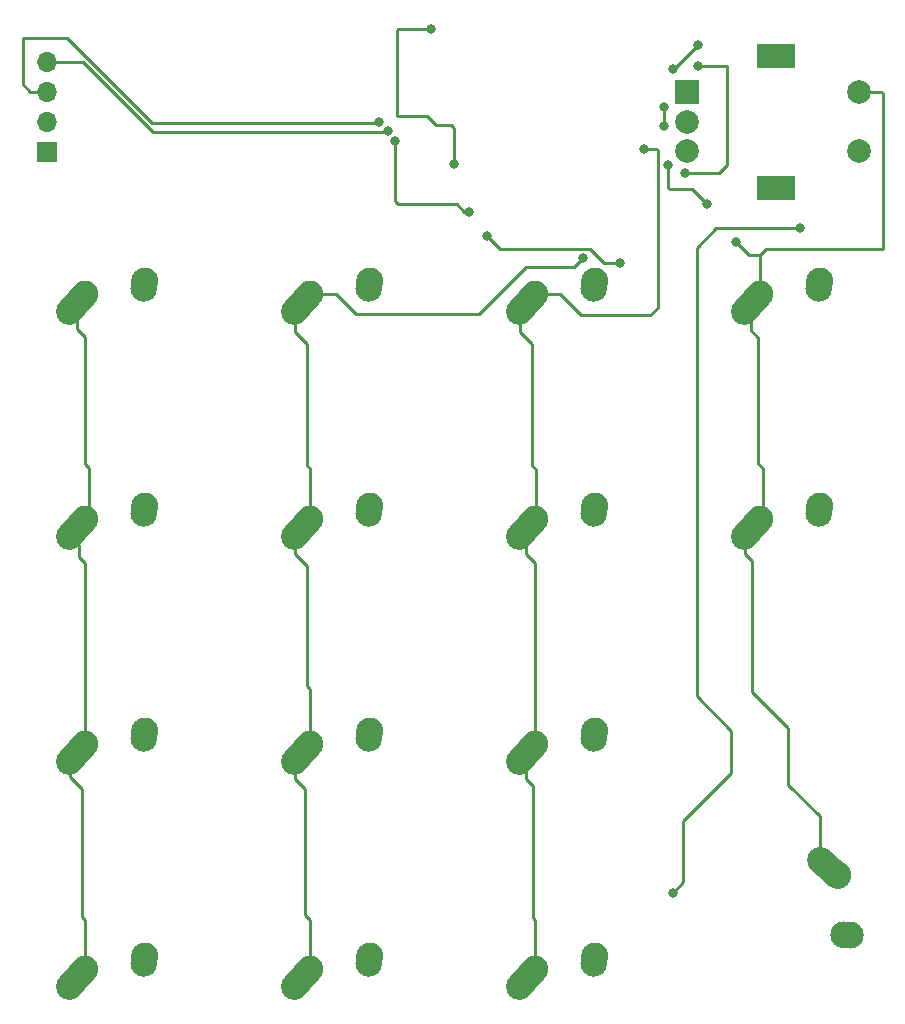
<source format=gtl>
G04 #@! TF.GenerationSoftware,KiCad,Pcbnew,(6.0.10)*
G04 #@! TF.CreationDate,2023-08-06T19:18:38-04:00*
G04 #@! TF.ProjectId,NugMacro-Keypad,4e75674d-6163-4726-9f2d-4b6579706164,V3*
G04 #@! TF.SameCoordinates,Original*
G04 #@! TF.FileFunction,Copper,L1,Top*
G04 #@! TF.FilePolarity,Positive*
%FSLAX46Y46*%
G04 Gerber Fmt 4.6, Leading zero omitted, Abs format (unit mm)*
G04 Created by KiCad (PCBNEW (6.0.10)) date 2023-08-06 19:18:38*
%MOMM*%
%LPD*%
G01*
G04 APERTURE LIST*
G04 Aperture macros list*
%AMHorizOval*
0 Thick line with rounded ends*
0 $1 width*
0 $2 $3 position (X,Y) of the first rounded end (center of the circle)*
0 $4 $5 position (X,Y) of the second rounded end (center of the circle)*
0 Add line between two ends*
20,1,$1,$2,$3,$4,$5,0*
0 Add two circle primitives to create the rounded ends*
1,1,$1,$2,$3*
1,1,$1,$4,$5*%
G04 Aperture macros list end*
G04 #@! TA.AperFunction,ComponentPad*
%ADD10HorizOval,2.250000X0.655001X0.730000X-0.655001X-0.730000X0*%
G04 #@! TD*
G04 #@! TA.AperFunction,ComponentPad*
%ADD11C,2.250000*%
G04 #@! TD*
G04 #@! TA.AperFunction,ComponentPad*
%ADD12HorizOval,2.250000X0.020000X0.290000X-0.020000X-0.290000X0*%
G04 #@! TD*
G04 #@! TA.AperFunction,ComponentPad*
%ADD13R,2.000000X2.000000*%
G04 #@! TD*
G04 #@! TA.AperFunction,ComponentPad*
%ADD14C,2.000000*%
G04 #@! TD*
G04 #@! TA.AperFunction,ComponentPad*
%ADD15R,3.200000X2.000000*%
G04 #@! TD*
G04 #@! TA.AperFunction,ComponentPad*
%ADD16HorizOval,2.250000X0.730000X-0.655001X-0.730000X0.655001X0*%
G04 #@! TD*
G04 #@! TA.AperFunction,ComponentPad*
%ADD17HorizOval,2.250000X0.290000X-0.020000X-0.290000X0.020000X0*%
G04 #@! TD*
G04 #@! TA.AperFunction,ComponentPad*
%ADD18R,1.700000X1.700000*%
G04 #@! TD*
G04 #@! TA.AperFunction,ComponentPad*
%ADD19O,1.700000X1.700000*%
G04 #@! TD*
G04 #@! TA.AperFunction,ViaPad*
%ADD20C,0.800000*%
G04 #@! TD*
G04 #@! TA.AperFunction,Conductor*
%ADD21C,0.254000*%
G04 #@! TD*
G04 APERTURE END LIST*
D10*
G04 #@! TO.P,MX14,1,COL*
G04 #@! TO.N,COL3*
X167899436Y-89426400D03*
D11*
X168554435Y-88696400D03*
G04 #@! TO.P,MX14,2,ROW*
G04 #@! TO.N,Net-(D14-Pad2)*
X173594435Y-87616400D03*
D12*
X173574435Y-87906400D03*
G04 #@! TD*
D11*
G04 #@! TO.P,MX1,1,COL*
G04 #@! TO.N,COL0*
X111404365Y-69646400D03*
D10*
X110749366Y-70376400D03*
D11*
G04 #@! TO.P,MX1,2,ROW*
G04 #@! TO.N,Net-(D1-Pad2)*
X116444365Y-68566400D03*
D12*
X116424365Y-68856400D03*
G04 #@! TD*
D11*
G04 #@! TO.P,MX7,1,COL*
G04 #@! TO.N,COL1*
X130454335Y-107746500D03*
D10*
X129799336Y-108476500D03*
D11*
G04 #@! TO.P,MX7,2,ROW*
G04 #@! TO.N,Net-(D7-Pad2)*
X135494335Y-106666500D03*
D12*
X135474335Y-106956500D03*
G04 #@! TD*
D11*
G04 #@! TO.P,MX13,1,COL*
G04 #@! TO.N,COL3*
X168554435Y-69646400D03*
D10*
X167899436Y-70376400D03*
D11*
G04 #@! TO.P,MX13,2,ROW*
G04 #@! TO.N,Net-(D13-Pad2)*
X173594435Y-68566400D03*
D12*
X173574435Y-68856400D03*
G04 #@! TD*
D11*
G04 #@! TO.P,MX8,1,COL*
G04 #@! TO.N,COL1*
X130454335Y-126796540D03*
D10*
X129799336Y-127526540D03*
D12*
G04 #@! TO.P,MX8,2,ROW*
G04 #@! TO.N,Net-(D8-Pad2)*
X135474335Y-126006540D03*
D11*
X135494335Y-125716540D03*
G04 #@! TD*
D10*
G04 #@! TO.P,MX10,1,COL*
G04 #@! TO.N,COL2*
X148849436Y-89426400D03*
D11*
X149504435Y-88696400D03*
D12*
G04 #@! TO.P,MX10,2,ROW*
G04 #@! TO.N,Net-(D10-Pad2)*
X154524435Y-87906400D03*
D11*
X154544435Y-87616400D03*
G04 #@! TD*
D10*
G04 #@! TO.P,MX2,1,COL*
G04 #@! TO.N,COL0*
X110749366Y-89426400D03*
D11*
X111404365Y-88696400D03*
G04 #@! TO.P,MX2,2,ROW*
G04 #@! TO.N,Net-(D2-Pad2)*
X116444365Y-87616400D03*
D12*
X116424365Y-87906400D03*
G04 #@! TD*
D10*
G04 #@! TO.P,MX12,1,COL*
G04 #@! TO.N,COL2*
X148849436Y-127526540D03*
D11*
X149504435Y-126796540D03*
D12*
G04 #@! TO.P,MX12,2,ROW*
G04 #@! TO.N,Net-(D12-Pad2)*
X154524435Y-126006540D03*
D11*
X154544435Y-125716540D03*
G04 #@! TD*
G04 #@! TO.P,MX11,1,COL*
G04 #@! TO.N,COL2*
X149504435Y-107746500D03*
D10*
X148849436Y-108476500D03*
D12*
G04 #@! TO.P,MX11,2,ROW*
G04 #@! TO.N,Net-(D11-Pad2)*
X154524435Y-106956500D03*
D11*
X154544435Y-106666500D03*
G04 #@! TD*
D13*
G04 #@! TO.P,SW2,A,A*
G04 #@! TO.N,CLK*
X162407400Y-52563470D03*
D14*
G04 #@! TO.P,SW2,B,B*
G04 #@! TO.N,DT*
X162407400Y-57563470D03*
G04 #@! TO.P,SW2,C,C*
G04 #@! TO.N,GND*
X162407400Y-55063470D03*
D15*
G04 #@! TO.P,SW2,MP*
G04 #@! TO.N,N/C*
X169907400Y-49463470D03*
X169907400Y-60663470D03*
D14*
G04 #@! TO.P,SW2,S1,S1*
G04 #@! TO.N,Net-(D16-Pad2)*
X176907400Y-57563470D03*
G04 #@! TO.P,SW2,S2,S2*
G04 #@! TO.N,COL3*
X176907400Y-52563470D03*
G04 #@! TD*
D16*
G04 #@! TO.P,MX15,1,COL*
G04 #@! TO.N,COL3*
X174394850Y-118202471D03*
D11*
X175124850Y-118857470D03*
D17*
G04 #@! TO.P,MX15,2,ROW*
G04 #@! TO.N,Net-(D15-Pad2)*
X175914850Y-123877470D03*
D11*
X176204850Y-123897470D03*
G04 #@! TD*
G04 #@! TO.P,MX3,1,COL*
G04 #@! TO.N,COL0*
X111404365Y-107746500D03*
D10*
X110749366Y-108476500D03*
D11*
G04 #@! TO.P,MX3,2,ROW*
G04 #@! TO.N,Net-(D3-Pad2)*
X116444365Y-106666500D03*
D12*
X116424365Y-106956500D03*
G04 #@! TD*
D10*
G04 #@! TO.P,MX4,1,COL*
G04 #@! TO.N,COL0*
X110749366Y-127526540D03*
D11*
X111404365Y-126796540D03*
D12*
G04 #@! TO.P,MX4,2,ROW*
G04 #@! TO.N,Net-(D4-Pad2)*
X116424365Y-126006540D03*
D11*
X116444365Y-125716540D03*
G04 #@! TD*
D18*
G04 #@! TO.P,J3,1,Pin_1*
G04 #@! TO.N,GND*
X108204581Y-57575405D03*
D19*
G04 #@! TO.P,J3,2,Pin_2*
G04 #@! TO.N,+5V*
X108204581Y-55035405D03*
G04 #@! TO.P,J3,3,Pin_3*
G04 #@! TO.N,OLED2*
X108204581Y-52495405D03*
G04 #@! TO.P,J3,4,Pin_4*
G04 #@! TO.N,OLED1*
X108204581Y-49955405D03*
G04 #@! TD*
D11*
G04 #@! TO.P,MX6,1,COL*
G04 #@! TO.N,COL1*
X130454335Y-88696400D03*
D10*
X129799336Y-89426400D03*
D11*
G04 #@! TO.P,MX6,2,ROW*
G04 #@! TO.N,Net-(D6-Pad2)*
X135494335Y-87616400D03*
D12*
X135474335Y-87906400D03*
G04 #@! TD*
D10*
G04 #@! TO.P,MX5,1,COL*
G04 #@! TO.N,COL1*
X129799336Y-70376400D03*
D11*
X130454335Y-69646400D03*
G04 #@! TO.P,MX5,2,ROW*
G04 #@! TO.N,Net-(D5-Pad2)*
X135494335Y-68566400D03*
D12*
X135474335Y-68856400D03*
G04 #@! TD*
D10*
G04 #@! TO.P,MX9,1,COL*
G04 #@! TO.N,COL2*
X148849436Y-70376400D03*
D11*
X149504435Y-69646400D03*
G04 #@! TO.P,MX9,2,ROW*
G04 #@! TO.N,Net-(D9-Pad2)*
X154544435Y-68566400D03*
D12*
X154524435Y-68856400D03*
G04 #@! TD*
D20*
G04 #@! TO.N,+5V*
X145400400Y-64687470D03*
X156703400Y-66973470D03*
X140701400Y-47189470D03*
X142606400Y-58619470D03*
G04 #@! TO.N,OLED2*
X136311645Y-55118715D03*
G04 #@! TO.N,OLED1*
X137018400Y-55825470D03*
G04 #@! TO.N,+5V*
X137653400Y-56686470D03*
X143876400Y-62683470D03*
X160386400Y-55444470D03*
X160386400Y-53793470D03*
X161148400Y-50618470D03*
G04 #@! TO.N,ROW2*
X171943400Y-64080470D03*
X161148400Y-120341470D03*
G04 #@! TO.N,COL1*
X153528400Y-66620470D03*
G04 #@! TO.N,COL2*
X158735400Y-57349470D03*
G04 #@! TO.N,COL3*
X166482400Y-65223470D03*
X160767400Y-58692970D03*
X164069400Y-62048470D03*
G04 #@! TO.N,CLK*
X163307400Y-50364470D03*
X162164400Y-59381470D03*
G04 #@! TO.N,+5V*
X163307400Y-48586470D03*
G04 #@! TD*
D21*
G04 #@! TO.N,COL3*
X173594400Y-117477020D02*
X173664850Y-117547470D01*
X170927400Y-111197470D02*
X173594400Y-113864470D01*
X173594400Y-113864470D02*
X173594400Y-117477020D01*
X170927400Y-106371470D02*
X170927400Y-111197470D01*
X167879400Y-103323470D02*
X170927400Y-106371470D01*
X167879400Y-92274470D02*
X167879400Y-103323470D01*
X167244435Y-91639505D02*
X167879400Y-92274470D01*
X167244435Y-90156400D02*
X167244435Y-91639505D01*
G04 #@! TO.N,COL2*
X149504435Y-122667505D02*
X149504435Y-126796540D01*
X149337400Y-122500470D02*
X149504435Y-122667505D01*
X149337400Y-111324470D02*
X149337400Y-122500470D01*
X148702400Y-109714465D02*
X148702400Y-110689470D01*
X148194435Y-109206500D02*
X148702400Y-109714465D01*
X148702400Y-110689470D02*
X149337400Y-111324470D01*
G04 #@! TO.N,COL0*
X110094365Y-110562435D02*
X110094365Y-109206500D01*
X111110400Y-111578470D02*
X110094365Y-110562435D01*
X111110400Y-122373470D02*
X111110400Y-111578470D01*
X111404365Y-122667435D02*
X111110400Y-122373470D01*
X111404365Y-126796540D02*
X111404365Y-122667435D01*
X111745400Y-88355365D02*
X111404365Y-88696400D01*
X111745400Y-84400470D02*
X111745400Y-88355365D01*
X111404365Y-73264435D02*
X111404365Y-84059435D01*
X111404365Y-84059435D02*
X111745400Y-84400470D01*
X110729400Y-72589470D02*
X111404365Y-73264435D01*
X110729400Y-71741435D02*
X110729400Y-72589470D01*
X110094365Y-71106400D02*
X110729400Y-71741435D01*
G04 #@! TO.N,COL3*
X168768400Y-84400470D02*
X168768400Y-88482435D01*
X167752400Y-72716470D02*
X168387400Y-73351470D01*
X168387400Y-84019470D02*
X168768400Y-84400470D01*
X167752400Y-71614365D02*
X167752400Y-72716470D01*
X168768400Y-88482435D02*
X168554435Y-88696400D01*
X167244435Y-71106400D02*
X167752400Y-71614365D01*
X168387400Y-73351470D02*
X168387400Y-84019470D01*
G04 #@! TO.N,COL2*
X149591400Y-88609435D02*
X149504435Y-88696400D01*
X149210400Y-84146470D02*
X149591400Y-84527470D01*
X149591400Y-84527470D02*
X149591400Y-88609435D01*
X148194435Y-72843505D02*
X149210400Y-73859470D01*
X148194435Y-71106400D02*
X148194435Y-72843505D01*
X149210400Y-73859470D02*
X149210400Y-84146470D01*
G04 #@! TO.N,COL1*
X130160400Y-73859470D02*
X129144335Y-72843405D01*
X130160400Y-84146470D02*
X130160400Y-73859470D01*
X129144335Y-72843405D02*
X129144335Y-71106400D01*
X130454335Y-84440405D02*
X130160400Y-84146470D01*
X130454335Y-88696400D02*
X130454335Y-84440405D01*
G04 #@! TO.N,COL0*
X110856400Y-90918435D02*
X110094365Y-90156400D01*
X111404365Y-92441435D02*
X110856400Y-91893470D01*
X111404365Y-107746500D02*
X111404365Y-92441435D01*
X110856400Y-91893470D02*
X110856400Y-90918435D01*
G04 #@! TO.N,COL2*
X149464400Y-92401470D02*
X149464400Y-107706465D01*
X148702400Y-91639470D02*
X149464400Y-92401470D01*
X148702400Y-90664365D02*
X148702400Y-91639470D01*
X148194435Y-90156400D02*
X148702400Y-90664365D01*
G04 #@! TO.N,COL1*
X130454335Y-103109405D02*
X130454335Y-107746500D01*
X130160400Y-92655470D02*
X130160400Y-102815470D01*
X130160400Y-102815470D02*
X130454335Y-103109405D01*
X129144335Y-90156400D02*
X129144335Y-91639405D01*
X129144335Y-91639405D02*
X130160400Y-92655470D01*
G04 #@! TO.N,ROW2*
X163180400Y-65731470D02*
X164831400Y-64080470D01*
X166101400Y-110181470D02*
X166101400Y-106625470D01*
X162037400Y-119452470D02*
X162037400Y-114245470D01*
X161148400Y-120341470D02*
X162037400Y-119452470D01*
X162037400Y-114245470D02*
X166101400Y-110181470D01*
X166101400Y-106625470D02*
X163180400Y-103704470D01*
X163180400Y-103704470D02*
X163180400Y-65731470D01*
X164831400Y-64080470D02*
X171943400Y-64080470D01*
G04 #@! TO.N,COL1*
X130033400Y-111578470D02*
X130033400Y-122246470D01*
X130033400Y-122246470D02*
X130454335Y-122667405D01*
X129144335Y-109206500D02*
X129144335Y-110689405D01*
X129144335Y-110689405D02*
X130033400Y-111578470D01*
G04 #@! TO.N,COL2*
X149504435Y-107746500D02*
X149464400Y-107706465D01*
G04 #@! TO.N,+5V*
X156675400Y-67001470D02*
X156703400Y-66973470D01*
X155306400Y-67001470D02*
X156675400Y-67001470D01*
X154163400Y-65858470D02*
X155306400Y-67001470D01*
X146571400Y-65858470D02*
X154163400Y-65858470D01*
X145400400Y-64687470D02*
X146571400Y-65858470D01*
X137907400Y-47189470D02*
X140701400Y-47189470D01*
X137780400Y-47316470D02*
X137907400Y-47189470D01*
X137780400Y-54555470D02*
X137780400Y-47316470D01*
X140320400Y-54555470D02*
X137780400Y-54555470D01*
X140320400Y-54555470D02*
X141082400Y-55317470D01*
X141082400Y-55317470D02*
X142352400Y-55317470D01*
X142606400Y-55571470D02*
X142352400Y-55317470D01*
X142606400Y-58619470D02*
X142606400Y-55571470D01*
G04 #@! TO.N,OLED2*
X106764335Y-52495405D02*
X108204581Y-52495405D01*
X106157400Y-51888470D02*
X106764335Y-52495405D01*
X117079400Y-55190470D02*
X109840400Y-47951470D01*
X136239890Y-55190470D02*
X117079400Y-55190470D01*
X136311645Y-55118715D02*
X136239890Y-55190470D01*
X109840400Y-47951470D02*
X106157400Y-47951470D01*
X106157400Y-47951470D02*
X106157400Y-51888470D01*
G04 #@! TO.N,OLED1*
X136945400Y-55898470D02*
X137018400Y-55825470D01*
X136510400Y-55898470D02*
X136945400Y-55898470D01*
X117145348Y-55898470D02*
X136510400Y-55898470D01*
X111202283Y-49955405D02*
X117145348Y-55898470D01*
X108204581Y-49955405D02*
X111202283Y-49955405D01*
G04 #@! TO.N,+5V*
X137653400Y-56714470D02*
X137653400Y-56686470D01*
X137907400Y-62048470D02*
X137653400Y-61794470D01*
X142860400Y-62048470D02*
X137907400Y-62048470D01*
X143876400Y-62683470D02*
X143495400Y-62683470D01*
X143495400Y-62683470D02*
X142860400Y-62048470D01*
X137653400Y-61794470D02*
X137653400Y-56714470D01*
X160386400Y-53793470D02*
X160386400Y-55444470D01*
X161275400Y-50618470D02*
X161148400Y-50618470D01*
G04 #@! TO.N,COL3*
X169022400Y-65858470D02*
X168554435Y-66326435D01*
X178928400Y-65858470D02*
X169022400Y-65858470D01*
X178801400Y-52523470D02*
X178928400Y-52650470D01*
X176947400Y-52523470D02*
X178801400Y-52523470D01*
X176907400Y-52563470D02*
X176947400Y-52523470D01*
X178928400Y-52650470D02*
X178928400Y-65858470D01*
G04 #@! TO.N,COL1*
X148702400Y-67382470D02*
X152766400Y-67382470D01*
X130454335Y-122667405D02*
X130454335Y-126796540D01*
X130454335Y-69646400D02*
X132678330Y-69646400D01*
X152766400Y-67382470D02*
X153528400Y-66620470D01*
X132678330Y-69646400D02*
X134351400Y-71319470D01*
X144765400Y-71319470D02*
X148702400Y-67382470D01*
X134351400Y-71319470D02*
X144765400Y-71319470D01*
G04 #@! TO.N,COL2*
X159751400Y-57349470D02*
X158735400Y-57349470D01*
X159878400Y-70811470D02*
X159878400Y-57476470D01*
X153401400Y-71446470D02*
X159243400Y-71446470D01*
X151601330Y-69646400D02*
X153401400Y-71446470D01*
X149504435Y-69646400D02*
X151601330Y-69646400D01*
X159878400Y-57476470D02*
X159751400Y-57349470D01*
X159243400Y-71446470D02*
X159878400Y-70811470D01*
G04 #@! TO.N,COL3*
X160894400Y-60778470D02*
X160767400Y-60651470D01*
X160767400Y-60651470D02*
X160767400Y-58692970D01*
X164069400Y-62048470D02*
X162799400Y-60778470D01*
X168554435Y-66326435D02*
X167585365Y-66326435D01*
X167585365Y-66326435D02*
X166482400Y-65223470D01*
X168554435Y-69646400D02*
X168554435Y-66326435D01*
X162799400Y-60778470D02*
X160894400Y-60778470D01*
G04 #@! TO.N,CLK*
X165085400Y-59381470D02*
X165720400Y-58746470D01*
X162164400Y-59381470D02*
X165085400Y-59381470D01*
X165720400Y-50364470D02*
X163307400Y-50364470D01*
X165720400Y-58746470D02*
X165720400Y-50364470D01*
G04 #@! TO.N,+5V*
X163307400Y-48586470D02*
X161275400Y-50618470D01*
G04 #@! TD*
M02*

</source>
